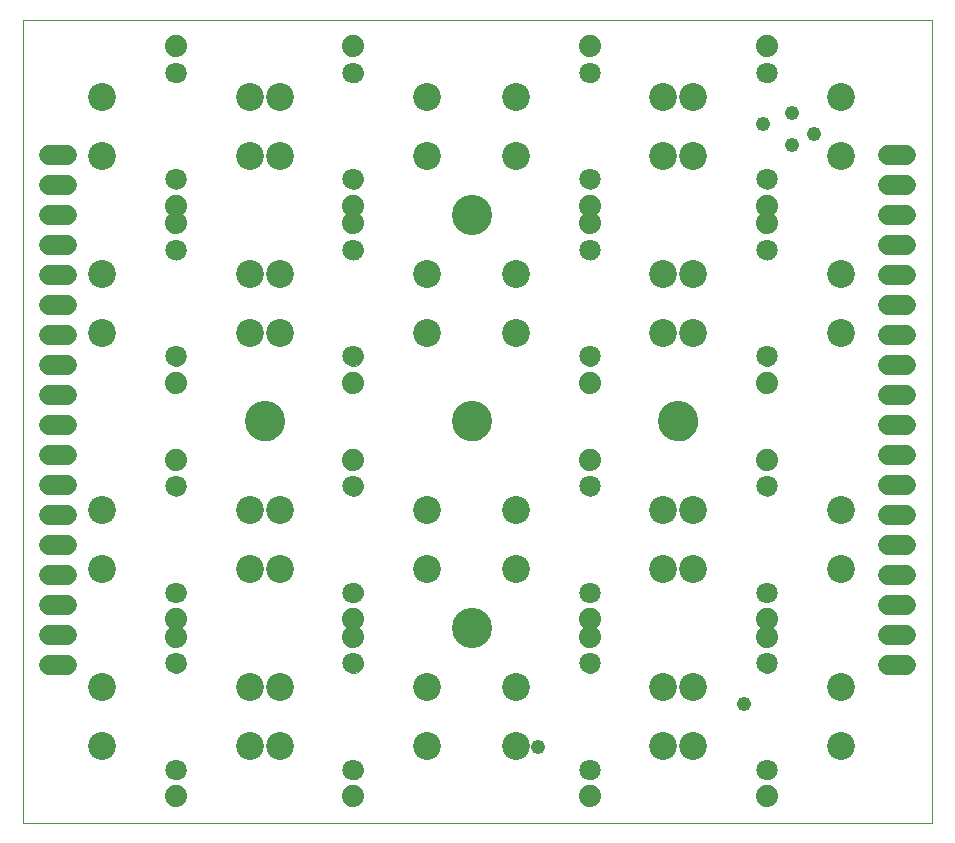
<source format=gts>
G75*
%MOIN*%
%OFA0B0*%
%FSLAX24Y24*%
%IPPOS*%
%LPD*%
%AMOC8*
5,1,8,0,0,1.08239X$1,22.5*
%
%ADD10C,0.0000*%
%ADD11C,0.1340*%
%ADD12C,0.0930*%
%ADD13C,0.0740*%
%ADD14C,0.0710*%
%ADD15C,0.0680*%
%ADD16C,0.0480*%
D10*
X001755Y000967D02*
X001755Y027739D01*
X032070Y027739D01*
X032070Y000967D01*
X001755Y000967D01*
X006558Y002739D02*
X006560Y002774D01*
X006566Y002809D01*
X006576Y002843D01*
X006589Y002876D01*
X006606Y002907D01*
X006627Y002935D01*
X006650Y002962D01*
X006677Y002985D01*
X006705Y003006D01*
X006736Y003023D01*
X006769Y003036D01*
X006803Y003046D01*
X006838Y003052D01*
X006873Y003054D01*
X006908Y003052D01*
X006943Y003046D01*
X006977Y003036D01*
X007010Y003023D01*
X007041Y003006D01*
X007069Y002985D01*
X007096Y002962D01*
X007119Y002935D01*
X007140Y002907D01*
X007157Y002876D01*
X007170Y002843D01*
X007180Y002809D01*
X007186Y002774D01*
X007188Y002739D01*
X007186Y002704D01*
X007180Y002669D01*
X007170Y002635D01*
X007157Y002602D01*
X007140Y002571D01*
X007119Y002543D01*
X007096Y002516D01*
X007069Y002493D01*
X007041Y002472D01*
X007010Y002455D01*
X006977Y002442D01*
X006943Y002432D01*
X006908Y002426D01*
X006873Y002424D01*
X006838Y002426D01*
X006803Y002432D01*
X006769Y002442D01*
X006736Y002455D01*
X006705Y002472D01*
X006677Y002493D01*
X006650Y002516D01*
X006627Y002543D01*
X006606Y002571D01*
X006589Y002602D01*
X006576Y002635D01*
X006566Y002669D01*
X006560Y002704D01*
X006558Y002739D01*
X006558Y006282D02*
X006560Y006317D01*
X006566Y006352D01*
X006576Y006386D01*
X006589Y006419D01*
X006606Y006450D01*
X006627Y006478D01*
X006650Y006505D01*
X006677Y006528D01*
X006705Y006549D01*
X006736Y006566D01*
X006769Y006579D01*
X006803Y006589D01*
X006838Y006595D01*
X006873Y006597D01*
X006908Y006595D01*
X006943Y006589D01*
X006977Y006579D01*
X007010Y006566D01*
X007041Y006549D01*
X007069Y006528D01*
X007096Y006505D01*
X007119Y006478D01*
X007140Y006450D01*
X007157Y006419D01*
X007170Y006386D01*
X007180Y006352D01*
X007186Y006317D01*
X007188Y006282D01*
X007186Y006247D01*
X007180Y006212D01*
X007170Y006178D01*
X007157Y006145D01*
X007140Y006114D01*
X007119Y006086D01*
X007096Y006059D01*
X007069Y006036D01*
X007041Y006015D01*
X007010Y005998D01*
X006977Y005985D01*
X006943Y005975D01*
X006908Y005969D01*
X006873Y005967D01*
X006838Y005969D01*
X006803Y005975D01*
X006769Y005985D01*
X006736Y005998D01*
X006705Y006015D01*
X006677Y006036D01*
X006650Y006059D01*
X006627Y006086D01*
X006606Y006114D01*
X006589Y006145D01*
X006576Y006178D01*
X006566Y006212D01*
X006560Y006247D01*
X006558Y006282D01*
X006558Y008645D02*
X006560Y008680D01*
X006566Y008715D01*
X006576Y008749D01*
X006589Y008782D01*
X006606Y008813D01*
X006627Y008841D01*
X006650Y008868D01*
X006677Y008891D01*
X006705Y008912D01*
X006736Y008929D01*
X006769Y008942D01*
X006803Y008952D01*
X006838Y008958D01*
X006873Y008960D01*
X006908Y008958D01*
X006943Y008952D01*
X006977Y008942D01*
X007010Y008929D01*
X007041Y008912D01*
X007069Y008891D01*
X007096Y008868D01*
X007119Y008841D01*
X007140Y008813D01*
X007157Y008782D01*
X007170Y008749D01*
X007180Y008715D01*
X007186Y008680D01*
X007188Y008645D01*
X007186Y008610D01*
X007180Y008575D01*
X007170Y008541D01*
X007157Y008508D01*
X007140Y008477D01*
X007119Y008449D01*
X007096Y008422D01*
X007069Y008399D01*
X007041Y008378D01*
X007010Y008361D01*
X006977Y008348D01*
X006943Y008338D01*
X006908Y008332D01*
X006873Y008330D01*
X006838Y008332D01*
X006803Y008338D01*
X006769Y008348D01*
X006736Y008361D01*
X006705Y008378D01*
X006677Y008399D01*
X006650Y008422D01*
X006627Y008449D01*
X006606Y008477D01*
X006589Y008508D01*
X006576Y008541D01*
X006566Y008575D01*
X006560Y008610D01*
X006558Y008645D01*
X006558Y012188D02*
X006560Y012223D01*
X006566Y012258D01*
X006576Y012292D01*
X006589Y012325D01*
X006606Y012356D01*
X006627Y012384D01*
X006650Y012411D01*
X006677Y012434D01*
X006705Y012455D01*
X006736Y012472D01*
X006769Y012485D01*
X006803Y012495D01*
X006838Y012501D01*
X006873Y012503D01*
X006908Y012501D01*
X006943Y012495D01*
X006977Y012485D01*
X007010Y012472D01*
X007041Y012455D01*
X007069Y012434D01*
X007096Y012411D01*
X007119Y012384D01*
X007140Y012356D01*
X007157Y012325D01*
X007170Y012292D01*
X007180Y012258D01*
X007186Y012223D01*
X007188Y012188D01*
X007186Y012153D01*
X007180Y012118D01*
X007170Y012084D01*
X007157Y012051D01*
X007140Y012020D01*
X007119Y011992D01*
X007096Y011965D01*
X007069Y011942D01*
X007041Y011921D01*
X007010Y011904D01*
X006977Y011891D01*
X006943Y011881D01*
X006908Y011875D01*
X006873Y011873D01*
X006838Y011875D01*
X006803Y011881D01*
X006769Y011891D01*
X006736Y011904D01*
X006705Y011921D01*
X006677Y011942D01*
X006650Y011965D01*
X006627Y011992D01*
X006606Y012020D01*
X006589Y012051D01*
X006576Y012084D01*
X006566Y012118D01*
X006560Y012153D01*
X006558Y012188D01*
X009196Y014353D02*
X009198Y014403D01*
X009204Y014453D01*
X009214Y014502D01*
X009228Y014550D01*
X009245Y014597D01*
X009266Y014642D01*
X009291Y014686D01*
X009319Y014727D01*
X009351Y014766D01*
X009385Y014803D01*
X009422Y014837D01*
X009462Y014867D01*
X009504Y014894D01*
X009548Y014918D01*
X009594Y014939D01*
X009641Y014955D01*
X009689Y014968D01*
X009739Y014977D01*
X009788Y014982D01*
X009839Y014983D01*
X009889Y014980D01*
X009938Y014973D01*
X009987Y014962D01*
X010035Y014947D01*
X010081Y014929D01*
X010126Y014907D01*
X010169Y014881D01*
X010210Y014852D01*
X010249Y014820D01*
X010285Y014785D01*
X010317Y014747D01*
X010347Y014707D01*
X010374Y014664D01*
X010397Y014620D01*
X010416Y014574D01*
X010432Y014526D01*
X010444Y014477D01*
X010452Y014428D01*
X010456Y014378D01*
X010456Y014328D01*
X010452Y014278D01*
X010444Y014229D01*
X010432Y014180D01*
X010416Y014132D01*
X010397Y014086D01*
X010374Y014042D01*
X010347Y013999D01*
X010317Y013959D01*
X010285Y013921D01*
X010249Y013886D01*
X010210Y013854D01*
X010169Y013825D01*
X010126Y013799D01*
X010081Y013777D01*
X010035Y013759D01*
X009987Y013744D01*
X009938Y013733D01*
X009889Y013726D01*
X009839Y013723D01*
X009788Y013724D01*
X009739Y013729D01*
X009689Y013738D01*
X009641Y013751D01*
X009594Y013767D01*
X009548Y013788D01*
X009504Y013812D01*
X009462Y013839D01*
X009422Y013869D01*
X009385Y013903D01*
X009351Y013940D01*
X009319Y013979D01*
X009291Y014020D01*
X009266Y014064D01*
X009245Y014109D01*
X009228Y014156D01*
X009214Y014204D01*
X009204Y014253D01*
X009198Y014303D01*
X009196Y014353D01*
X006558Y016519D02*
X006560Y016554D01*
X006566Y016589D01*
X006576Y016623D01*
X006589Y016656D01*
X006606Y016687D01*
X006627Y016715D01*
X006650Y016742D01*
X006677Y016765D01*
X006705Y016786D01*
X006736Y016803D01*
X006769Y016816D01*
X006803Y016826D01*
X006838Y016832D01*
X006873Y016834D01*
X006908Y016832D01*
X006943Y016826D01*
X006977Y016816D01*
X007010Y016803D01*
X007041Y016786D01*
X007069Y016765D01*
X007096Y016742D01*
X007119Y016715D01*
X007140Y016687D01*
X007157Y016656D01*
X007170Y016623D01*
X007180Y016589D01*
X007186Y016554D01*
X007188Y016519D01*
X007186Y016484D01*
X007180Y016449D01*
X007170Y016415D01*
X007157Y016382D01*
X007140Y016351D01*
X007119Y016323D01*
X007096Y016296D01*
X007069Y016273D01*
X007041Y016252D01*
X007010Y016235D01*
X006977Y016222D01*
X006943Y016212D01*
X006908Y016206D01*
X006873Y016204D01*
X006838Y016206D01*
X006803Y016212D01*
X006769Y016222D01*
X006736Y016235D01*
X006705Y016252D01*
X006677Y016273D01*
X006650Y016296D01*
X006627Y016323D01*
X006606Y016351D01*
X006589Y016382D01*
X006576Y016415D01*
X006566Y016449D01*
X006560Y016484D01*
X006558Y016519D01*
X006558Y020062D02*
X006560Y020097D01*
X006566Y020132D01*
X006576Y020166D01*
X006589Y020199D01*
X006606Y020230D01*
X006627Y020258D01*
X006650Y020285D01*
X006677Y020308D01*
X006705Y020329D01*
X006736Y020346D01*
X006769Y020359D01*
X006803Y020369D01*
X006838Y020375D01*
X006873Y020377D01*
X006908Y020375D01*
X006943Y020369D01*
X006977Y020359D01*
X007010Y020346D01*
X007041Y020329D01*
X007069Y020308D01*
X007096Y020285D01*
X007119Y020258D01*
X007140Y020230D01*
X007157Y020199D01*
X007170Y020166D01*
X007180Y020132D01*
X007186Y020097D01*
X007188Y020062D01*
X007186Y020027D01*
X007180Y019992D01*
X007170Y019958D01*
X007157Y019925D01*
X007140Y019894D01*
X007119Y019866D01*
X007096Y019839D01*
X007069Y019816D01*
X007041Y019795D01*
X007010Y019778D01*
X006977Y019765D01*
X006943Y019755D01*
X006908Y019749D01*
X006873Y019747D01*
X006838Y019749D01*
X006803Y019755D01*
X006769Y019765D01*
X006736Y019778D01*
X006705Y019795D01*
X006677Y019816D01*
X006650Y019839D01*
X006627Y019866D01*
X006606Y019894D01*
X006589Y019925D01*
X006576Y019958D01*
X006566Y019992D01*
X006560Y020027D01*
X006558Y020062D01*
X006558Y022424D02*
X006560Y022459D01*
X006566Y022494D01*
X006576Y022528D01*
X006589Y022561D01*
X006606Y022592D01*
X006627Y022620D01*
X006650Y022647D01*
X006677Y022670D01*
X006705Y022691D01*
X006736Y022708D01*
X006769Y022721D01*
X006803Y022731D01*
X006838Y022737D01*
X006873Y022739D01*
X006908Y022737D01*
X006943Y022731D01*
X006977Y022721D01*
X007010Y022708D01*
X007041Y022691D01*
X007069Y022670D01*
X007096Y022647D01*
X007119Y022620D01*
X007140Y022592D01*
X007157Y022561D01*
X007170Y022528D01*
X007180Y022494D01*
X007186Y022459D01*
X007188Y022424D01*
X007186Y022389D01*
X007180Y022354D01*
X007170Y022320D01*
X007157Y022287D01*
X007140Y022256D01*
X007119Y022228D01*
X007096Y022201D01*
X007069Y022178D01*
X007041Y022157D01*
X007010Y022140D01*
X006977Y022127D01*
X006943Y022117D01*
X006908Y022111D01*
X006873Y022109D01*
X006838Y022111D01*
X006803Y022117D01*
X006769Y022127D01*
X006736Y022140D01*
X006705Y022157D01*
X006677Y022178D01*
X006650Y022201D01*
X006627Y022228D01*
X006606Y022256D01*
X006589Y022287D01*
X006576Y022320D01*
X006566Y022354D01*
X006560Y022389D01*
X006558Y022424D01*
X006558Y025967D02*
X006560Y026002D01*
X006566Y026037D01*
X006576Y026071D01*
X006589Y026104D01*
X006606Y026135D01*
X006627Y026163D01*
X006650Y026190D01*
X006677Y026213D01*
X006705Y026234D01*
X006736Y026251D01*
X006769Y026264D01*
X006803Y026274D01*
X006838Y026280D01*
X006873Y026282D01*
X006908Y026280D01*
X006943Y026274D01*
X006977Y026264D01*
X007010Y026251D01*
X007041Y026234D01*
X007069Y026213D01*
X007096Y026190D01*
X007119Y026163D01*
X007140Y026135D01*
X007157Y026104D01*
X007170Y026071D01*
X007180Y026037D01*
X007186Y026002D01*
X007188Y025967D01*
X007186Y025932D01*
X007180Y025897D01*
X007170Y025863D01*
X007157Y025830D01*
X007140Y025799D01*
X007119Y025771D01*
X007096Y025744D01*
X007069Y025721D01*
X007041Y025700D01*
X007010Y025683D01*
X006977Y025670D01*
X006943Y025660D01*
X006908Y025654D01*
X006873Y025652D01*
X006838Y025654D01*
X006803Y025660D01*
X006769Y025670D01*
X006736Y025683D01*
X006705Y025700D01*
X006677Y025721D01*
X006650Y025744D01*
X006627Y025771D01*
X006606Y025799D01*
X006589Y025830D01*
X006576Y025863D01*
X006566Y025897D01*
X006560Y025932D01*
X006558Y025967D01*
X012463Y025967D02*
X012465Y026002D01*
X012471Y026037D01*
X012481Y026071D01*
X012494Y026104D01*
X012511Y026135D01*
X012532Y026163D01*
X012555Y026190D01*
X012582Y026213D01*
X012610Y026234D01*
X012641Y026251D01*
X012674Y026264D01*
X012708Y026274D01*
X012743Y026280D01*
X012778Y026282D01*
X012813Y026280D01*
X012848Y026274D01*
X012882Y026264D01*
X012915Y026251D01*
X012946Y026234D01*
X012974Y026213D01*
X013001Y026190D01*
X013024Y026163D01*
X013045Y026135D01*
X013062Y026104D01*
X013075Y026071D01*
X013085Y026037D01*
X013091Y026002D01*
X013093Y025967D01*
X013091Y025932D01*
X013085Y025897D01*
X013075Y025863D01*
X013062Y025830D01*
X013045Y025799D01*
X013024Y025771D01*
X013001Y025744D01*
X012974Y025721D01*
X012946Y025700D01*
X012915Y025683D01*
X012882Y025670D01*
X012848Y025660D01*
X012813Y025654D01*
X012778Y025652D01*
X012743Y025654D01*
X012708Y025660D01*
X012674Y025670D01*
X012641Y025683D01*
X012610Y025700D01*
X012582Y025721D01*
X012555Y025744D01*
X012532Y025771D01*
X012511Y025799D01*
X012494Y025830D01*
X012481Y025863D01*
X012471Y025897D01*
X012465Y025932D01*
X012463Y025967D01*
X012463Y022424D02*
X012465Y022459D01*
X012471Y022494D01*
X012481Y022528D01*
X012494Y022561D01*
X012511Y022592D01*
X012532Y022620D01*
X012555Y022647D01*
X012582Y022670D01*
X012610Y022691D01*
X012641Y022708D01*
X012674Y022721D01*
X012708Y022731D01*
X012743Y022737D01*
X012778Y022739D01*
X012813Y022737D01*
X012848Y022731D01*
X012882Y022721D01*
X012915Y022708D01*
X012946Y022691D01*
X012974Y022670D01*
X013001Y022647D01*
X013024Y022620D01*
X013045Y022592D01*
X013062Y022561D01*
X013075Y022528D01*
X013085Y022494D01*
X013091Y022459D01*
X013093Y022424D01*
X013091Y022389D01*
X013085Y022354D01*
X013075Y022320D01*
X013062Y022287D01*
X013045Y022256D01*
X013024Y022228D01*
X013001Y022201D01*
X012974Y022178D01*
X012946Y022157D01*
X012915Y022140D01*
X012882Y022127D01*
X012848Y022117D01*
X012813Y022111D01*
X012778Y022109D01*
X012743Y022111D01*
X012708Y022117D01*
X012674Y022127D01*
X012641Y022140D01*
X012610Y022157D01*
X012582Y022178D01*
X012555Y022201D01*
X012532Y022228D01*
X012511Y022256D01*
X012494Y022287D01*
X012481Y022320D01*
X012471Y022354D01*
X012465Y022389D01*
X012463Y022424D01*
X012463Y020062D02*
X012465Y020097D01*
X012471Y020132D01*
X012481Y020166D01*
X012494Y020199D01*
X012511Y020230D01*
X012532Y020258D01*
X012555Y020285D01*
X012582Y020308D01*
X012610Y020329D01*
X012641Y020346D01*
X012674Y020359D01*
X012708Y020369D01*
X012743Y020375D01*
X012778Y020377D01*
X012813Y020375D01*
X012848Y020369D01*
X012882Y020359D01*
X012915Y020346D01*
X012946Y020329D01*
X012974Y020308D01*
X013001Y020285D01*
X013024Y020258D01*
X013045Y020230D01*
X013062Y020199D01*
X013075Y020166D01*
X013085Y020132D01*
X013091Y020097D01*
X013093Y020062D01*
X013091Y020027D01*
X013085Y019992D01*
X013075Y019958D01*
X013062Y019925D01*
X013045Y019894D01*
X013024Y019866D01*
X013001Y019839D01*
X012974Y019816D01*
X012946Y019795D01*
X012915Y019778D01*
X012882Y019765D01*
X012848Y019755D01*
X012813Y019749D01*
X012778Y019747D01*
X012743Y019749D01*
X012708Y019755D01*
X012674Y019765D01*
X012641Y019778D01*
X012610Y019795D01*
X012582Y019816D01*
X012555Y019839D01*
X012532Y019866D01*
X012511Y019894D01*
X012494Y019925D01*
X012481Y019958D01*
X012471Y019992D01*
X012465Y020027D01*
X012463Y020062D01*
X012463Y016519D02*
X012465Y016554D01*
X012471Y016589D01*
X012481Y016623D01*
X012494Y016656D01*
X012511Y016687D01*
X012532Y016715D01*
X012555Y016742D01*
X012582Y016765D01*
X012610Y016786D01*
X012641Y016803D01*
X012674Y016816D01*
X012708Y016826D01*
X012743Y016832D01*
X012778Y016834D01*
X012813Y016832D01*
X012848Y016826D01*
X012882Y016816D01*
X012915Y016803D01*
X012946Y016786D01*
X012974Y016765D01*
X013001Y016742D01*
X013024Y016715D01*
X013045Y016687D01*
X013062Y016656D01*
X013075Y016623D01*
X013085Y016589D01*
X013091Y016554D01*
X013093Y016519D01*
X013091Y016484D01*
X013085Y016449D01*
X013075Y016415D01*
X013062Y016382D01*
X013045Y016351D01*
X013024Y016323D01*
X013001Y016296D01*
X012974Y016273D01*
X012946Y016252D01*
X012915Y016235D01*
X012882Y016222D01*
X012848Y016212D01*
X012813Y016206D01*
X012778Y016204D01*
X012743Y016206D01*
X012708Y016212D01*
X012674Y016222D01*
X012641Y016235D01*
X012610Y016252D01*
X012582Y016273D01*
X012555Y016296D01*
X012532Y016323D01*
X012511Y016351D01*
X012494Y016382D01*
X012481Y016415D01*
X012471Y016449D01*
X012465Y016484D01*
X012463Y016519D01*
X016085Y014353D02*
X016087Y014403D01*
X016093Y014453D01*
X016103Y014502D01*
X016117Y014550D01*
X016134Y014597D01*
X016155Y014642D01*
X016180Y014686D01*
X016208Y014727D01*
X016240Y014766D01*
X016274Y014803D01*
X016311Y014837D01*
X016351Y014867D01*
X016393Y014894D01*
X016437Y014918D01*
X016483Y014939D01*
X016530Y014955D01*
X016578Y014968D01*
X016628Y014977D01*
X016677Y014982D01*
X016728Y014983D01*
X016778Y014980D01*
X016827Y014973D01*
X016876Y014962D01*
X016924Y014947D01*
X016970Y014929D01*
X017015Y014907D01*
X017058Y014881D01*
X017099Y014852D01*
X017138Y014820D01*
X017174Y014785D01*
X017206Y014747D01*
X017236Y014707D01*
X017263Y014664D01*
X017286Y014620D01*
X017305Y014574D01*
X017321Y014526D01*
X017333Y014477D01*
X017341Y014428D01*
X017345Y014378D01*
X017345Y014328D01*
X017341Y014278D01*
X017333Y014229D01*
X017321Y014180D01*
X017305Y014132D01*
X017286Y014086D01*
X017263Y014042D01*
X017236Y013999D01*
X017206Y013959D01*
X017174Y013921D01*
X017138Y013886D01*
X017099Y013854D01*
X017058Y013825D01*
X017015Y013799D01*
X016970Y013777D01*
X016924Y013759D01*
X016876Y013744D01*
X016827Y013733D01*
X016778Y013726D01*
X016728Y013723D01*
X016677Y013724D01*
X016628Y013729D01*
X016578Y013738D01*
X016530Y013751D01*
X016483Y013767D01*
X016437Y013788D01*
X016393Y013812D01*
X016351Y013839D01*
X016311Y013869D01*
X016274Y013903D01*
X016240Y013940D01*
X016208Y013979D01*
X016180Y014020D01*
X016155Y014064D01*
X016134Y014109D01*
X016117Y014156D01*
X016103Y014204D01*
X016093Y014253D01*
X016087Y014303D01*
X016085Y014353D01*
X012463Y012188D02*
X012465Y012223D01*
X012471Y012258D01*
X012481Y012292D01*
X012494Y012325D01*
X012511Y012356D01*
X012532Y012384D01*
X012555Y012411D01*
X012582Y012434D01*
X012610Y012455D01*
X012641Y012472D01*
X012674Y012485D01*
X012708Y012495D01*
X012743Y012501D01*
X012778Y012503D01*
X012813Y012501D01*
X012848Y012495D01*
X012882Y012485D01*
X012915Y012472D01*
X012946Y012455D01*
X012974Y012434D01*
X013001Y012411D01*
X013024Y012384D01*
X013045Y012356D01*
X013062Y012325D01*
X013075Y012292D01*
X013085Y012258D01*
X013091Y012223D01*
X013093Y012188D01*
X013091Y012153D01*
X013085Y012118D01*
X013075Y012084D01*
X013062Y012051D01*
X013045Y012020D01*
X013024Y011992D01*
X013001Y011965D01*
X012974Y011942D01*
X012946Y011921D01*
X012915Y011904D01*
X012882Y011891D01*
X012848Y011881D01*
X012813Y011875D01*
X012778Y011873D01*
X012743Y011875D01*
X012708Y011881D01*
X012674Y011891D01*
X012641Y011904D01*
X012610Y011921D01*
X012582Y011942D01*
X012555Y011965D01*
X012532Y011992D01*
X012511Y012020D01*
X012494Y012051D01*
X012481Y012084D01*
X012471Y012118D01*
X012465Y012153D01*
X012463Y012188D01*
X012463Y008645D02*
X012465Y008680D01*
X012471Y008715D01*
X012481Y008749D01*
X012494Y008782D01*
X012511Y008813D01*
X012532Y008841D01*
X012555Y008868D01*
X012582Y008891D01*
X012610Y008912D01*
X012641Y008929D01*
X012674Y008942D01*
X012708Y008952D01*
X012743Y008958D01*
X012778Y008960D01*
X012813Y008958D01*
X012848Y008952D01*
X012882Y008942D01*
X012915Y008929D01*
X012946Y008912D01*
X012974Y008891D01*
X013001Y008868D01*
X013024Y008841D01*
X013045Y008813D01*
X013062Y008782D01*
X013075Y008749D01*
X013085Y008715D01*
X013091Y008680D01*
X013093Y008645D01*
X013091Y008610D01*
X013085Y008575D01*
X013075Y008541D01*
X013062Y008508D01*
X013045Y008477D01*
X013024Y008449D01*
X013001Y008422D01*
X012974Y008399D01*
X012946Y008378D01*
X012915Y008361D01*
X012882Y008348D01*
X012848Y008338D01*
X012813Y008332D01*
X012778Y008330D01*
X012743Y008332D01*
X012708Y008338D01*
X012674Y008348D01*
X012641Y008361D01*
X012610Y008378D01*
X012582Y008399D01*
X012555Y008422D01*
X012532Y008449D01*
X012511Y008477D01*
X012494Y008508D01*
X012481Y008541D01*
X012471Y008575D01*
X012465Y008610D01*
X012463Y008645D01*
X012463Y006282D02*
X012465Y006317D01*
X012471Y006352D01*
X012481Y006386D01*
X012494Y006419D01*
X012511Y006450D01*
X012532Y006478D01*
X012555Y006505D01*
X012582Y006528D01*
X012610Y006549D01*
X012641Y006566D01*
X012674Y006579D01*
X012708Y006589D01*
X012743Y006595D01*
X012778Y006597D01*
X012813Y006595D01*
X012848Y006589D01*
X012882Y006579D01*
X012915Y006566D01*
X012946Y006549D01*
X012974Y006528D01*
X013001Y006505D01*
X013024Y006478D01*
X013045Y006450D01*
X013062Y006419D01*
X013075Y006386D01*
X013085Y006352D01*
X013091Y006317D01*
X013093Y006282D01*
X013091Y006247D01*
X013085Y006212D01*
X013075Y006178D01*
X013062Y006145D01*
X013045Y006114D01*
X013024Y006086D01*
X013001Y006059D01*
X012974Y006036D01*
X012946Y006015D01*
X012915Y005998D01*
X012882Y005985D01*
X012848Y005975D01*
X012813Y005969D01*
X012778Y005967D01*
X012743Y005969D01*
X012708Y005975D01*
X012674Y005985D01*
X012641Y005998D01*
X012610Y006015D01*
X012582Y006036D01*
X012555Y006059D01*
X012532Y006086D01*
X012511Y006114D01*
X012494Y006145D01*
X012481Y006178D01*
X012471Y006212D01*
X012465Y006247D01*
X012463Y006282D01*
X012463Y002739D02*
X012465Y002774D01*
X012471Y002809D01*
X012481Y002843D01*
X012494Y002876D01*
X012511Y002907D01*
X012532Y002935D01*
X012555Y002962D01*
X012582Y002985D01*
X012610Y003006D01*
X012641Y003023D01*
X012674Y003036D01*
X012708Y003046D01*
X012743Y003052D01*
X012778Y003054D01*
X012813Y003052D01*
X012848Y003046D01*
X012882Y003036D01*
X012915Y003023D01*
X012946Y003006D01*
X012974Y002985D01*
X013001Y002962D01*
X013024Y002935D01*
X013045Y002907D01*
X013062Y002876D01*
X013075Y002843D01*
X013085Y002809D01*
X013091Y002774D01*
X013093Y002739D01*
X013091Y002704D01*
X013085Y002669D01*
X013075Y002635D01*
X013062Y002602D01*
X013045Y002571D01*
X013024Y002543D01*
X013001Y002516D01*
X012974Y002493D01*
X012946Y002472D01*
X012915Y002455D01*
X012882Y002442D01*
X012848Y002432D01*
X012813Y002426D01*
X012778Y002424D01*
X012743Y002426D01*
X012708Y002432D01*
X012674Y002442D01*
X012641Y002455D01*
X012610Y002472D01*
X012582Y002493D01*
X012555Y002516D01*
X012532Y002543D01*
X012511Y002571D01*
X012494Y002602D01*
X012481Y002635D01*
X012471Y002669D01*
X012465Y002704D01*
X012463Y002739D01*
X016085Y007463D02*
X016087Y007513D01*
X016093Y007563D01*
X016103Y007612D01*
X016117Y007660D01*
X016134Y007707D01*
X016155Y007752D01*
X016180Y007796D01*
X016208Y007837D01*
X016240Y007876D01*
X016274Y007913D01*
X016311Y007947D01*
X016351Y007977D01*
X016393Y008004D01*
X016437Y008028D01*
X016483Y008049D01*
X016530Y008065D01*
X016578Y008078D01*
X016628Y008087D01*
X016677Y008092D01*
X016728Y008093D01*
X016778Y008090D01*
X016827Y008083D01*
X016876Y008072D01*
X016924Y008057D01*
X016970Y008039D01*
X017015Y008017D01*
X017058Y007991D01*
X017099Y007962D01*
X017138Y007930D01*
X017174Y007895D01*
X017206Y007857D01*
X017236Y007817D01*
X017263Y007774D01*
X017286Y007730D01*
X017305Y007684D01*
X017321Y007636D01*
X017333Y007587D01*
X017341Y007538D01*
X017345Y007488D01*
X017345Y007438D01*
X017341Y007388D01*
X017333Y007339D01*
X017321Y007290D01*
X017305Y007242D01*
X017286Y007196D01*
X017263Y007152D01*
X017236Y007109D01*
X017206Y007069D01*
X017174Y007031D01*
X017138Y006996D01*
X017099Y006964D01*
X017058Y006935D01*
X017015Y006909D01*
X016970Y006887D01*
X016924Y006869D01*
X016876Y006854D01*
X016827Y006843D01*
X016778Y006836D01*
X016728Y006833D01*
X016677Y006834D01*
X016628Y006839D01*
X016578Y006848D01*
X016530Y006861D01*
X016483Y006877D01*
X016437Y006898D01*
X016393Y006922D01*
X016351Y006949D01*
X016311Y006979D01*
X016274Y007013D01*
X016240Y007050D01*
X016208Y007089D01*
X016180Y007130D01*
X016155Y007174D01*
X016134Y007219D01*
X016117Y007266D01*
X016103Y007314D01*
X016093Y007363D01*
X016087Y007413D01*
X016085Y007463D01*
X020337Y006282D02*
X020339Y006317D01*
X020345Y006352D01*
X020355Y006386D01*
X020368Y006419D01*
X020385Y006450D01*
X020406Y006478D01*
X020429Y006505D01*
X020456Y006528D01*
X020484Y006549D01*
X020515Y006566D01*
X020548Y006579D01*
X020582Y006589D01*
X020617Y006595D01*
X020652Y006597D01*
X020687Y006595D01*
X020722Y006589D01*
X020756Y006579D01*
X020789Y006566D01*
X020820Y006549D01*
X020848Y006528D01*
X020875Y006505D01*
X020898Y006478D01*
X020919Y006450D01*
X020936Y006419D01*
X020949Y006386D01*
X020959Y006352D01*
X020965Y006317D01*
X020967Y006282D01*
X020965Y006247D01*
X020959Y006212D01*
X020949Y006178D01*
X020936Y006145D01*
X020919Y006114D01*
X020898Y006086D01*
X020875Y006059D01*
X020848Y006036D01*
X020820Y006015D01*
X020789Y005998D01*
X020756Y005985D01*
X020722Y005975D01*
X020687Y005969D01*
X020652Y005967D01*
X020617Y005969D01*
X020582Y005975D01*
X020548Y005985D01*
X020515Y005998D01*
X020484Y006015D01*
X020456Y006036D01*
X020429Y006059D01*
X020406Y006086D01*
X020385Y006114D01*
X020368Y006145D01*
X020355Y006178D01*
X020345Y006212D01*
X020339Y006247D01*
X020337Y006282D01*
X020337Y008645D02*
X020339Y008680D01*
X020345Y008715D01*
X020355Y008749D01*
X020368Y008782D01*
X020385Y008813D01*
X020406Y008841D01*
X020429Y008868D01*
X020456Y008891D01*
X020484Y008912D01*
X020515Y008929D01*
X020548Y008942D01*
X020582Y008952D01*
X020617Y008958D01*
X020652Y008960D01*
X020687Y008958D01*
X020722Y008952D01*
X020756Y008942D01*
X020789Y008929D01*
X020820Y008912D01*
X020848Y008891D01*
X020875Y008868D01*
X020898Y008841D01*
X020919Y008813D01*
X020936Y008782D01*
X020949Y008749D01*
X020959Y008715D01*
X020965Y008680D01*
X020967Y008645D01*
X020965Y008610D01*
X020959Y008575D01*
X020949Y008541D01*
X020936Y008508D01*
X020919Y008477D01*
X020898Y008449D01*
X020875Y008422D01*
X020848Y008399D01*
X020820Y008378D01*
X020789Y008361D01*
X020756Y008348D01*
X020722Y008338D01*
X020687Y008332D01*
X020652Y008330D01*
X020617Y008332D01*
X020582Y008338D01*
X020548Y008348D01*
X020515Y008361D01*
X020484Y008378D01*
X020456Y008399D01*
X020429Y008422D01*
X020406Y008449D01*
X020385Y008477D01*
X020368Y008508D01*
X020355Y008541D01*
X020345Y008575D01*
X020339Y008610D01*
X020337Y008645D01*
X020337Y012188D02*
X020339Y012223D01*
X020345Y012258D01*
X020355Y012292D01*
X020368Y012325D01*
X020385Y012356D01*
X020406Y012384D01*
X020429Y012411D01*
X020456Y012434D01*
X020484Y012455D01*
X020515Y012472D01*
X020548Y012485D01*
X020582Y012495D01*
X020617Y012501D01*
X020652Y012503D01*
X020687Y012501D01*
X020722Y012495D01*
X020756Y012485D01*
X020789Y012472D01*
X020820Y012455D01*
X020848Y012434D01*
X020875Y012411D01*
X020898Y012384D01*
X020919Y012356D01*
X020936Y012325D01*
X020949Y012292D01*
X020959Y012258D01*
X020965Y012223D01*
X020967Y012188D01*
X020965Y012153D01*
X020959Y012118D01*
X020949Y012084D01*
X020936Y012051D01*
X020919Y012020D01*
X020898Y011992D01*
X020875Y011965D01*
X020848Y011942D01*
X020820Y011921D01*
X020789Y011904D01*
X020756Y011891D01*
X020722Y011881D01*
X020687Y011875D01*
X020652Y011873D01*
X020617Y011875D01*
X020582Y011881D01*
X020548Y011891D01*
X020515Y011904D01*
X020484Y011921D01*
X020456Y011942D01*
X020429Y011965D01*
X020406Y011992D01*
X020385Y012020D01*
X020368Y012051D01*
X020355Y012084D01*
X020345Y012118D01*
X020339Y012153D01*
X020337Y012188D01*
X022975Y014353D02*
X022977Y014403D01*
X022983Y014453D01*
X022993Y014502D01*
X023007Y014550D01*
X023024Y014597D01*
X023045Y014642D01*
X023070Y014686D01*
X023098Y014727D01*
X023130Y014766D01*
X023164Y014803D01*
X023201Y014837D01*
X023241Y014867D01*
X023283Y014894D01*
X023327Y014918D01*
X023373Y014939D01*
X023420Y014955D01*
X023468Y014968D01*
X023518Y014977D01*
X023567Y014982D01*
X023618Y014983D01*
X023668Y014980D01*
X023717Y014973D01*
X023766Y014962D01*
X023814Y014947D01*
X023860Y014929D01*
X023905Y014907D01*
X023948Y014881D01*
X023989Y014852D01*
X024028Y014820D01*
X024064Y014785D01*
X024096Y014747D01*
X024126Y014707D01*
X024153Y014664D01*
X024176Y014620D01*
X024195Y014574D01*
X024211Y014526D01*
X024223Y014477D01*
X024231Y014428D01*
X024235Y014378D01*
X024235Y014328D01*
X024231Y014278D01*
X024223Y014229D01*
X024211Y014180D01*
X024195Y014132D01*
X024176Y014086D01*
X024153Y014042D01*
X024126Y013999D01*
X024096Y013959D01*
X024064Y013921D01*
X024028Y013886D01*
X023989Y013854D01*
X023948Y013825D01*
X023905Y013799D01*
X023860Y013777D01*
X023814Y013759D01*
X023766Y013744D01*
X023717Y013733D01*
X023668Y013726D01*
X023618Y013723D01*
X023567Y013724D01*
X023518Y013729D01*
X023468Y013738D01*
X023420Y013751D01*
X023373Y013767D01*
X023327Y013788D01*
X023283Y013812D01*
X023241Y013839D01*
X023201Y013869D01*
X023164Y013903D01*
X023130Y013940D01*
X023098Y013979D01*
X023070Y014020D01*
X023045Y014064D01*
X023024Y014109D01*
X023007Y014156D01*
X022993Y014204D01*
X022983Y014253D01*
X022977Y014303D01*
X022975Y014353D01*
X020337Y016519D02*
X020339Y016554D01*
X020345Y016589D01*
X020355Y016623D01*
X020368Y016656D01*
X020385Y016687D01*
X020406Y016715D01*
X020429Y016742D01*
X020456Y016765D01*
X020484Y016786D01*
X020515Y016803D01*
X020548Y016816D01*
X020582Y016826D01*
X020617Y016832D01*
X020652Y016834D01*
X020687Y016832D01*
X020722Y016826D01*
X020756Y016816D01*
X020789Y016803D01*
X020820Y016786D01*
X020848Y016765D01*
X020875Y016742D01*
X020898Y016715D01*
X020919Y016687D01*
X020936Y016656D01*
X020949Y016623D01*
X020959Y016589D01*
X020965Y016554D01*
X020967Y016519D01*
X020965Y016484D01*
X020959Y016449D01*
X020949Y016415D01*
X020936Y016382D01*
X020919Y016351D01*
X020898Y016323D01*
X020875Y016296D01*
X020848Y016273D01*
X020820Y016252D01*
X020789Y016235D01*
X020756Y016222D01*
X020722Y016212D01*
X020687Y016206D01*
X020652Y016204D01*
X020617Y016206D01*
X020582Y016212D01*
X020548Y016222D01*
X020515Y016235D01*
X020484Y016252D01*
X020456Y016273D01*
X020429Y016296D01*
X020406Y016323D01*
X020385Y016351D01*
X020368Y016382D01*
X020355Y016415D01*
X020345Y016449D01*
X020339Y016484D01*
X020337Y016519D01*
X020337Y020062D02*
X020339Y020097D01*
X020345Y020132D01*
X020355Y020166D01*
X020368Y020199D01*
X020385Y020230D01*
X020406Y020258D01*
X020429Y020285D01*
X020456Y020308D01*
X020484Y020329D01*
X020515Y020346D01*
X020548Y020359D01*
X020582Y020369D01*
X020617Y020375D01*
X020652Y020377D01*
X020687Y020375D01*
X020722Y020369D01*
X020756Y020359D01*
X020789Y020346D01*
X020820Y020329D01*
X020848Y020308D01*
X020875Y020285D01*
X020898Y020258D01*
X020919Y020230D01*
X020936Y020199D01*
X020949Y020166D01*
X020959Y020132D01*
X020965Y020097D01*
X020967Y020062D01*
X020965Y020027D01*
X020959Y019992D01*
X020949Y019958D01*
X020936Y019925D01*
X020919Y019894D01*
X020898Y019866D01*
X020875Y019839D01*
X020848Y019816D01*
X020820Y019795D01*
X020789Y019778D01*
X020756Y019765D01*
X020722Y019755D01*
X020687Y019749D01*
X020652Y019747D01*
X020617Y019749D01*
X020582Y019755D01*
X020548Y019765D01*
X020515Y019778D01*
X020484Y019795D01*
X020456Y019816D01*
X020429Y019839D01*
X020406Y019866D01*
X020385Y019894D01*
X020368Y019925D01*
X020355Y019958D01*
X020345Y019992D01*
X020339Y020027D01*
X020337Y020062D01*
X020337Y022424D02*
X020339Y022459D01*
X020345Y022494D01*
X020355Y022528D01*
X020368Y022561D01*
X020385Y022592D01*
X020406Y022620D01*
X020429Y022647D01*
X020456Y022670D01*
X020484Y022691D01*
X020515Y022708D01*
X020548Y022721D01*
X020582Y022731D01*
X020617Y022737D01*
X020652Y022739D01*
X020687Y022737D01*
X020722Y022731D01*
X020756Y022721D01*
X020789Y022708D01*
X020820Y022691D01*
X020848Y022670D01*
X020875Y022647D01*
X020898Y022620D01*
X020919Y022592D01*
X020936Y022561D01*
X020949Y022528D01*
X020959Y022494D01*
X020965Y022459D01*
X020967Y022424D01*
X020965Y022389D01*
X020959Y022354D01*
X020949Y022320D01*
X020936Y022287D01*
X020919Y022256D01*
X020898Y022228D01*
X020875Y022201D01*
X020848Y022178D01*
X020820Y022157D01*
X020789Y022140D01*
X020756Y022127D01*
X020722Y022117D01*
X020687Y022111D01*
X020652Y022109D01*
X020617Y022111D01*
X020582Y022117D01*
X020548Y022127D01*
X020515Y022140D01*
X020484Y022157D01*
X020456Y022178D01*
X020429Y022201D01*
X020406Y022228D01*
X020385Y022256D01*
X020368Y022287D01*
X020355Y022320D01*
X020345Y022354D01*
X020339Y022389D01*
X020337Y022424D01*
X020337Y025967D02*
X020339Y026002D01*
X020345Y026037D01*
X020355Y026071D01*
X020368Y026104D01*
X020385Y026135D01*
X020406Y026163D01*
X020429Y026190D01*
X020456Y026213D01*
X020484Y026234D01*
X020515Y026251D01*
X020548Y026264D01*
X020582Y026274D01*
X020617Y026280D01*
X020652Y026282D01*
X020687Y026280D01*
X020722Y026274D01*
X020756Y026264D01*
X020789Y026251D01*
X020820Y026234D01*
X020848Y026213D01*
X020875Y026190D01*
X020898Y026163D01*
X020919Y026135D01*
X020936Y026104D01*
X020949Y026071D01*
X020959Y026037D01*
X020965Y026002D01*
X020967Y025967D01*
X020965Y025932D01*
X020959Y025897D01*
X020949Y025863D01*
X020936Y025830D01*
X020919Y025799D01*
X020898Y025771D01*
X020875Y025744D01*
X020848Y025721D01*
X020820Y025700D01*
X020789Y025683D01*
X020756Y025670D01*
X020722Y025660D01*
X020687Y025654D01*
X020652Y025652D01*
X020617Y025654D01*
X020582Y025660D01*
X020548Y025670D01*
X020515Y025683D01*
X020484Y025700D01*
X020456Y025721D01*
X020429Y025744D01*
X020406Y025771D01*
X020385Y025799D01*
X020368Y025830D01*
X020355Y025863D01*
X020345Y025897D01*
X020339Y025932D01*
X020337Y025967D01*
X016085Y021243D02*
X016087Y021293D01*
X016093Y021343D01*
X016103Y021392D01*
X016117Y021440D01*
X016134Y021487D01*
X016155Y021532D01*
X016180Y021576D01*
X016208Y021617D01*
X016240Y021656D01*
X016274Y021693D01*
X016311Y021727D01*
X016351Y021757D01*
X016393Y021784D01*
X016437Y021808D01*
X016483Y021829D01*
X016530Y021845D01*
X016578Y021858D01*
X016628Y021867D01*
X016677Y021872D01*
X016728Y021873D01*
X016778Y021870D01*
X016827Y021863D01*
X016876Y021852D01*
X016924Y021837D01*
X016970Y021819D01*
X017015Y021797D01*
X017058Y021771D01*
X017099Y021742D01*
X017138Y021710D01*
X017174Y021675D01*
X017206Y021637D01*
X017236Y021597D01*
X017263Y021554D01*
X017286Y021510D01*
X017305Y021464D01*
X017321Y021416D01*
X017333Y021367D01*
X017341Y021318D01*
X017345Y021268D01*
X017345Y021218D01*
X017341Y021168D01*
X017333Y021119D01*
X017321Y021070D01*
X017305Y021022D01*
X017286Y020976D01*
X017263Y020932D01*
X017236Y020889D01*
X017206Y020849D01*
X017174Y020811D01*
X017138Y020776D01*
X017099Y020744D01*
X017058Y020715D01*
X017015Y020689D01*
X016970Y020667D01*
X016924Y020649D01*
X016876Y020634D01*
X016827Y020623D01*
X016778Y020616D01*
X016728Y020613D01*
X016677Y020614D01*
X016628Y020619D01*
X016578Y020628D01*
X016530Y020641D01*
X016483Y020657D01*
X016437Y020678D01*
X016393Y020702D01*
X016351Y020729D01*
X016311Y020759D01*
X016274Y020793D01*
X016240Y020830D01*
X016208Y020869D01*
X016180Y020910D01*
X016155Y020954D01*
X016134Y020999D01*
X016117Y021046D01*
X016103Y021094D01*
X016093Y021143D01*
X016087Y021193D01*
X016085Y021243D01*
X026243Y022424D02*
X026245Y022459D01*
X026251Y022494D01*
X026261Y022528D01*
X026274Y022561D01*
X026291Y022592D01*
X026312Y022620D01*
X026335Y022647D01*
X026362Y022670D01*
X026390Y022691D01*
X026421Y022708D01*
X026454Y022721D01*
X026488Y022731D01*
X026523Y022737D01*
X026558Y022739D01*
X026593Y022737D01*
X026628Y022731D01*
X026662Y022721D01*
X026695Y022708D01*
X026726Y022691D01*
X026754Y022670D01*
X026781Y022647D01*
X026804Y022620D01*
X026825Y022592D01*
X026842Y022561D01*
X026855Y022528D01*
X026865Y022494D01*
X026871Y022459D01*
X026873Y022424D01*
X026871Y022389D01*
X026865Y022354D01*
X026855Y022320D01*
X026842Y022287D01*
X026825Y022256D01*
X026804Y022228D01*
X026781Y022201D01*
X026754Y022178D01*
X026726Y022157D01*
X026695Y022140D01*
X026662Y022127D01*
X026628Y022117D01*
X026593Y022111D01*
X026558Y022109D01*
X026523Y022111D01*
X026488Y022117D01*
X026454Y022127D01*
X026421Y022140D01*
X026390Y022157D01*
X026362Y022178D01*
X026335Y022201D01*
X026312Y022228D01*
X026291Y022256D01*
X026274Y022287D01*
X026261Y022320D01*
X026251Y022354D01*
X026245Y022389D01*
X026243Y022424D01*
X026243Y020062D02*
X026245Y020097D01*
X026251Y020132D01*
X026261Y020166D01*
X026274Y020199D01*
X026291Y020230D01*
X026312Y020258D01*
X026335Y020285D01*
X026362Y020308D01*
X026390Y020329D01*
X026421Y020346D01*
X026454Y020359D01*
X026488Y020369D01*
X026523Y020375D01*
X026558Y020377D01*
X026593Y020375D01*
X026628Y020369D01*
X026662Y020359D01*
X026695Y020346D01*
X026726Y020329D01*
X026754Y020308D01*
X026781Y020285D01*
X026804Y020258D01*
X026825Y020230D01*
X026842Y020199D01*
X026855Y020166D01*
X026865Y020132D01*
X026871Y020097D01*
X026873Y020062D01*
X026871Y020027D01*
X026865Y019992D01*
X026855Y019958D01*
X026842Y019925D01*
X026825Y019894D01*
X026804Y019866D01*
X026781Y019839D01*
X026754Y019816D01*
X026726Y019795D01*
X026695Y019778D01*
X026662Y019765D01*
X026628Y019755D01*
X026593Y019749D01*
X026558Y019747D01*
X026523Y019749D01*
X026488Y019755D01*
X026454Y019765D01*
X026421Y019778D01*
X026390Y019795D01*
X026362Y019816D01*
X026335Y019839D01*
X026312Y019866D01*
X026291Y019894D01*
X026274Y019925D01*
X026261Y019958D01*
X026251Y019992D01*
X026245Y020027D01*
X026243Y020062D01*
X026243Y016519D02*
X026245Y016554D01*
X026251Y016589D01*
X026261Y016623D01*
X026274Y016656D01*
X026291Y016687D01*
X026312Y016715D01*
X026335Y016742D01*
X026362Y016765D01*
X026390Y016786D01*
X026421Y016803D01*
X026454Y016816D01*
X026488Y016826D01*
X026523Y016832D01*
X026558Y016834D01*
X026593Y016832D01*
X026628Y016826D01*
X026662Y016816D01*
X026695Y016803D01*
X026726Y016786D01*
X026754Y016765D01*
X026781Y016742D01*
X026804Y016715D01*
X026825Y016687D01*
X026842Y016656D01*
X026855Y016623D01*
X026865Y016589D01*
X026871Y016554D01*
X026873Y016519D01*
X026871Y016484D01*
X026865Y016449D01*
X026855Y016415D01*
X026842Y016382D01*
X026825Y016351D01*
X026804Y016323D01*
X026781Y016296D01*
X026754Y016273D01*
X026726Y016252D01*
X026695Y016235D01*
X026662Y016222D01*
X026628Y016212D01*
X026593Y016206D01*
X026558Y016204D01*
X026523Y016206D01*
X026488Y016212D01*
X026454Y016222D01*
X026421Y016235D01*
X026390Y016252D01*
X026362Y016273D01*
X026335Y016296D01*
X026312Y016323D01*
X026291Y016351D01*
X026274Y016382D01*
X026261Y016415D01*
X026251Y016449D01*
X026245Y016484D01*
X026243Y016519D01*
X026243Y012188D02*
X026245Y012223D01*
X026251Y012258D01*
X026261Y012292D01*
X026274Y012325D01*
X026291Y012356D01*
X026312Y012384D01*
X026335Y012411D01*
X026362Y012434D01*
X026390Y012455D01*
X026421Y012472D01*
X026454Y012485D01*
X026488Y012495D01*
X026523Y012501D01*
X026558Y012503D01*
X026593Y012501D01*
X026628Y012495D01*
X026662Y012485D01*
X026695Y012472D01*
X026726Y012455D01*
X026754Y012434D01*
X026781Y012411D01*
X026804Y012384D01*
X026825Y012356D01*
X026842Y012325D01*
X026855Y012292D01*
X026865Y012258D01*
X026871Y012223D01*
X026873Y012188D01*
X026871Y012153D01*
X026865Y012118D01*
X026855Y012084D01*
X026842Y012051D01*
X026825Y012020D01*
X026804Y011992D01*
X026781Y011965D01*
X026754Y011942D01*
X026726Y011921D01*
X026695Y011904D01*
X026662Y011891D01*
X026628Y011881D01*
X026593Y011875D01*
X026558Y011873D01*
X026523Y011875D01*
X026488Y011881D01*
X026454Y011891D01*
X026421Y011904D01*
X026390Y011921D01*
X026362Y011942D01*
X026335Y011965D01*
X026312Y011992D01*
X026291Y012020D01*
X026274Y012051D01*
X026261Y012084D01*
X026251Y012118D01*
X026245Y012153D01*
X026243Y012188D01*
X026243Y008645D02*
X026245Y008680D01*
X026251Y008715D01*
X026261Y008749D01*
X026274Y008782D01*
X026291Y008813D01*
X026312Y008841D01*
X026335Y008868D01*
X026362Y008891D01*
X026390Y008912D01*
X026421Y008929D01*
X026454Y008942D01*
X026488Y008952D01*
X026523Y008958D01*
X026558Y008960D01*
X026593Y008958D01*
X026628Y008952D01*
X026662Y008942D01*
X026695Y008929D01*
X026726Y008912D01*
X026754Y008891D01*
X026781Y008868D01*
X026804Y008841D01*
X026825Y008813D01*
X026842Y008782D01*
X026855Y008749D01*
X026865Y008715D01*
X026871Y008680D01*
X026873Y008645D01*
X026871Y008610D01*
X026865Y008575D01*
X026855Y008541D01*
X026842Y008508D01*
X026825Y008477D01*
X026804Y008449D01*
X026781Y008422D01*
X026754Y008399D01*
X026726Y008378D01*
X026695Y008361D01*
X026662Y008348D01*
X026628Y008338D01*
X026593Y008332D01*
X026558Y008330D01*
X026523Y008332D01*
X026488Y008338D01*
X026454Y008348D01*
X026421Y008361D01*
X026390Y008378D01*
X026362Y008399D01*
X026335Y008422D01*
X026312Y008449D01*
X026291Y008477D01*
X026274Y008508D01*
X026261Y008541D01*
X026251Y008575D01*
X026245Y008610D01*
X026243Y008645D01*
X026243Y006282D02*
X026245Y006317D01*
X026251Y006352D01*
X026261Y006386D01*
X026274Y006419D01*
X026291Y006450D01*
X026312Y006478D01*
X026335Y006505D01*
X026362Y006528D01*
X026390Y006549D01*
X026421Y006566D01*
X026454Y006579D01*
X026488Y006589D01*
X026523Y006595D01*
X026558Y006597D01*
X026593Y006595D01*
X026628Y006589D01*
X026662Y006579D01*
X026695Y006566D01*
X026726Y006549D01*
X026754Y006528D01*
X026781Y006505D01*
X026804Y006478D01*
X026825Y006450D01*
X026842Y006419D01*
X026855Y006386D01*
X026865Y006352D01*
X026871Y006317D01*
X026873Y006282D01*
X026871Y006247D01*
X026865Y006212D01*
X026855Y006178D01*
X026842Y006145D01*
X026825Y006114D01*
X026804Y006086D01*
X026781Y006059D01*
X026754Y006036D01*
X026726Y006015D01*
X026695Y005998D01*
X026662Y005985D01*
X026628Y005975D01*
X026593Y005969D01*
X026558Y005967D01*
X026523Y005969D01*
X026488Y005975D01*
X026454Y005985D01*
X026421Y005998D01*
X026390Y006015D01*
X026362Y006036D01*
X026335Y006059D01*
X026312Y006086D01*
X026291Y006114D01*
X026274Y006145D01*
X026261Y006178D01*
X026251Y006212D01*
X026245Y006247D01*
X026243Y006282D01*
X026243Y002739D02*
X026245Y002774D01*
X026251Y002809D01*
X026261Y002843D01*
X026274Y002876D01*
X026291Y002907D01*
X026312Y002935D01*
X026335Y002962D01*
X026362Y002985D01*
X026390Y003006D01*
X026421Y003023D01*
X026454Y003036D01*
X026488Y003046D01*
X026523Y003052D01*
X026558Y003054D01*
X026593Y003052D01*
X026628Y003046D01*
X026662Y003036D01*
X026695Y003023D01*
X026726Y003006D01*
X026754Y002985D01*
X026781Y002962D01*
X026804Y002935D01*
X026825Y002907D01*
X026842Y002876D01*
X026855Y002843D01*
X026865Y002809D01*
X026871Y002774D01*
X026873Y002739D01*
X026871Y002704D01*
X026865Y002669D01*
X026855Y002635D01*
X026842Y002602D01*
X026825Y002571D01*
X026804Y002543D01*
X026781Y002516D01*
X026754Y002493D01*
X026726Y002472D01*
X026695Y002455D01*
X026662Y002442D01*
X026628Y002432D01*
X026593Y002426D01*
X026558Y002424D01*
X026523Y002426D01*
X026488Y002432D01*
X026454Y002442D01*
X026421Y002455D01*
X026390Y002472D01*
X026362Y002493D01*
X026335Y002516D01*
X026312Y002543D01*
X026291Y002571D01*
X026274Y002602D01*
X026261Y002635D01*
X026251Y002669D01*
X026245Y002704D01*
X026243Y002739D01*
X020337Y002739D02*
X020339Y002774D01*
X020345Y002809D01*
X020355Y002843D01*
X020368Y002876D01*
X020385Y002907D01*
X020406Y002935D01*
X020429Y002962D01*
X020456Y002985D01*
X020484Y003006D01*
X020515Y003023D01*
X020548Y003036D01*
X020582Y003046D01*
X020617Y003052D01*
X020652Y003054D01*
X020687Y003052D01*
X020722Y003046D01*
X020756Y003036D01*
X020789Y003023D01*
X020820Y003006D01*
X020848Y002985D01*
X020875Y002962D01*
X020898Y002935D01*
X020919Y002907D01*
X020936Y002876D01*
X020949Y002843D01*
X020959Y002809D01*
X020965Y002774D01*
X020967Y002739D01*
X020965Y002704D01*
X020959Y002669D01*
X020949Y002635D01*
X020936Y002602D01*
X020919Y002571D01*
X020898Y002543D01*
X020875Y002516D01*
X020848Y002493D01*
X020820Y002472D01*
X020789Y002455D01*
X020756Y002442D01*
X020722Y002432D01*
X020687Y002426D01*
X020652Y002424D01*
X020617Y002426D01*
X020582Y002432D01*
X020548Y002442D01*
X020515Y002455D01*
X020484Y002472D01*
X020456Y002493D01*
X020429Y002516D01*
X020406Y002543D01*
X020385Y002571D01*
X020368Y002602D01*
X020355Y002635D01*
X020345Y002669D01*
X020339Y002704D01*
X020337Y002739D01*
X026243Y025967D02*
X026245Y026002D01*
X026251Y026037D01*
X026261Y026071D01*
X026274Y026104D01*
X026291Y026135D01*
X026312Y026163D01*
X026335Y026190D01*
X026362Y026213D01*
X026390Y026234D01*
X026421Y026251D01*
X026454Y026264D01*
X026488Y026274D01*
X026523Y026280D01*
X026558Y026282D01*
X026593Y026280D01*
X026628Y026274D01*
X026662Y026264D01*
X026695Y026251D01*
X026726Y026234D01*
X026754Y026213D01*
X026781Y026190D01*
X026804Y026163D01*
X026825Y026135D01*
X026842Y026104D01*
X026855Y026071D01*
X026865Y026037D01*
X026871Y026002D01*
X026873Y025967D01*
X026871Y025932D01*
X026865Y025897D01*
X026855Y025863D01*
X026842Y025830D01*
X026825Y025799D01*
X026804Y025771D01*
X026781Y025744D01*
X026754Y025721D01*
X026726Y025700D01*
X026695Y025683D01*
X026662Y025670D01*
X026628Y025660D01*
X026593Y025654D01*
X026558Y025652D01*
X026523Y025654D01*
X026488Y025660D01*
X026454Y025670D01*
X026421Y025683D01*
X026390Y025700D01*
X026362Y025721D01*
X026335Y025744D01*
X026312Y025771D01*
X026291Y025799D01*
X026274Y025830D01*
X026261Y025863D01*
X026251Y025897D01*
X026245Y025932D01*
X026243Y025967D01*
D11*
X016715Y021243D03*
X016715Y014353D03*
X009826Y014353D03*
X016715Y007463D03*
X023605Y014353D03*
D12*
X023113Y017306D03*
X024097Y017306D03*
X024097Y019274D03*
X023113Y019274D03*
X023113Y023211D03*
X024097Y023211D03*
X024097Y025180D03*
X023113Y025180D03*
X018192Y025180D03*
X018192Y023211D03*
X015239Y023211D03*
X015239Y025180D03*
X010318Y025180D03*
X009334Y025180D03*
X009334Y023211D03*
X010318Y023211D03*
X010318Y019274D03*
X009334Y019274D03*
X009334Y017306D03*
X010318Y017306D03*
X015239Y017306D03*
X015239Y019274D03*
X018192Y019274D03*
X018192Y017306D03*
X018192Y011400D03*
X018192Y009432D03*
X015239Y009432D03*
X015239Y011400D03*
X010318Y011400D03*
X009334Y011400D03*
X009334Y009432D03*
X010318Y009432D03*
X010318Y005495D03*
X009334Y005495D03*
X009334Y003526D03*
X010318Y003526D03*
X015239Y003526D03*
X015239Y005495D03*
X018192Y005495D03*
X018192Y003526D03*
X023113Y003526D03*
X024097Y003526D03*
X024097Y005495D03*
X023113Y005495D03*
X023113Y009432D03*
X024097Y009432D03*
X024097Y011400D03*
X023113Y011400D03*
X029019Y011400D03*
X029019Y009432D03*
X029019Y005495D03*
X029019Y003526D03*
X029019Y017306D03*
X029019Y019274D03*
X029019Y023211D03*
X029019Y025180D03*
X004412Y025180D03*
X004412Y023211D03*
X004412Y019274D03*
X004412Y017306D03*
X004412Y011400D03*
X004412Y009432D03*
X004412Y005495D03*
X004412Y003526D03*
D13*
X006873Y001853D03*
X006873Y007168D03*
X006873Y007759D03*
X012778Y007759D03*
X012778Y007168D03*
X012778Y001853D03*
X020652Y001853D03*
X020652Y007168D03*
X020652Y007759D03*
X026558Y007759D03*
X026558Y007168D03*
X026558Y001853D03*
X026558Y013074D03*
X026558Y015633D03*
X020652Y015633D03*
X020652Y013074D03*
X012778Y013074D03*
X012778Y015633D03*
X006873Y015633D03*
X006873Y013074D03*
X006873Y020948D03*
X006873Y021538D03*
X006873Y026853D03*
X012778Y026853D03*
X012778Y021538D03*
X012778Y020948D03*
X020652Y020948D03*
X020652Y021538D03*
X020652Y026853D03*
X026558Y026853D03*
X026558Y021538D03*
X026558Y020948D03*
D14*
X026558Y020062D03*
X026558Y022424D03*
X026558Y025967D03*
X020652Y025967D03*
X020652Y022424D03*
X020652Y020062D03*
X020652Y016519D03*
X020652Y012188D03*
X020652Y008645D03*
X020652Y006282D03*
X020652Y002739D03*
X026558Y002739D03*
X026558Y006282D03*
X026558Y008645D03*
X026558Y012188D03*
X026558Y016519D03*
X012778Y016519D03*
X012778Y020062D03*
X012778Y022424D03*
X012778Y025967D03*
X006873Y025967D03*
X006873Y022424D03*
X006873Y020062D03*
X006873Y016519D03*
X006873Y012188D03*
X006873Y008645D03*
X006873Y006282D03*
X006873Y002739D03*
X012778Y002739D03*
X012778Y006282D03*
X012778Y008645D03*
X012778Y012188D03*
D15*
X003236Y012247D02*
X002636Y012247D01*
X002636Y011247D02*
X003236Y011247D01*
X003236Y010247D02*
X002636Y010247D01*
X002636Y009247D02*
X003236Y009247D01*
X003236Y008247D02*
X002636Y008247D01*
X002636Y007247D02*
X003236Y007247D01*
X003236Y006247D02*
X002636Y006247D01*
X002636Y013247D02*
X003236Y013247D01*
X003236Y014247D02*
X002636Y014247D01*
X002636Y015247D02*
X003236Y015247D01*
X003236Y016247D02*
X002636Y016247D01*
X002636Y017247D02*
X003236Y017247D01*
X003236Y018247D02*
X002636Y018247D01*
X002636Y019247D02*
X003236Y019247D01*
X003236Y020247D02*
X002636Y020247D01*
X002636Y021247D02*
X003236Y021247D01*
X003236Y022247D02*
X002636Y022247D01*
X002636Y023247D02*
X003236Y023247D01*
X030589Y023247D02*
X031189Y023247D01*
X031189Y022247D02*
X030589Y022247D01*
X030589Y021247D02*
X031189Y021247D01*
X031189Y020247D02*
X030589Y020247D01*
X030589Y019247D02*
X031189Y019247D01*
X031189Y018247D02*
X030589Y018247D01*
X030589Y017247D02*
X031189Y017247D01*
X031189Y016247D02*
X030589Y016247D01*
X030589Y015247D02*
X031189Y015247D01*
X031189Y014247D02*
X030589Y014247D01*
X030589Y013247D02*
X031189Y013247D01*
X031189Y012247D02*
X030589Y012247D01*
X030589Y011247D02*
X031189Y011247D01*
X031189Y010247D02*
X030589Y010247D01*
X030589Y009247D02*
X031189Y009247D01*
X031189Y008247D02*
X030589Y008247D01*
X030589Y007247D02*
X031189Y007247D01*
X031189Y006247D02*
X030589Y006247D01*
D16*
X025785Y004927D03*
X018945Y003487D03*
X027405Y023557D03*
X028125Y023917D03*
X027405Y024637D03*
X026415Y024277D03*
M02*

</source>
